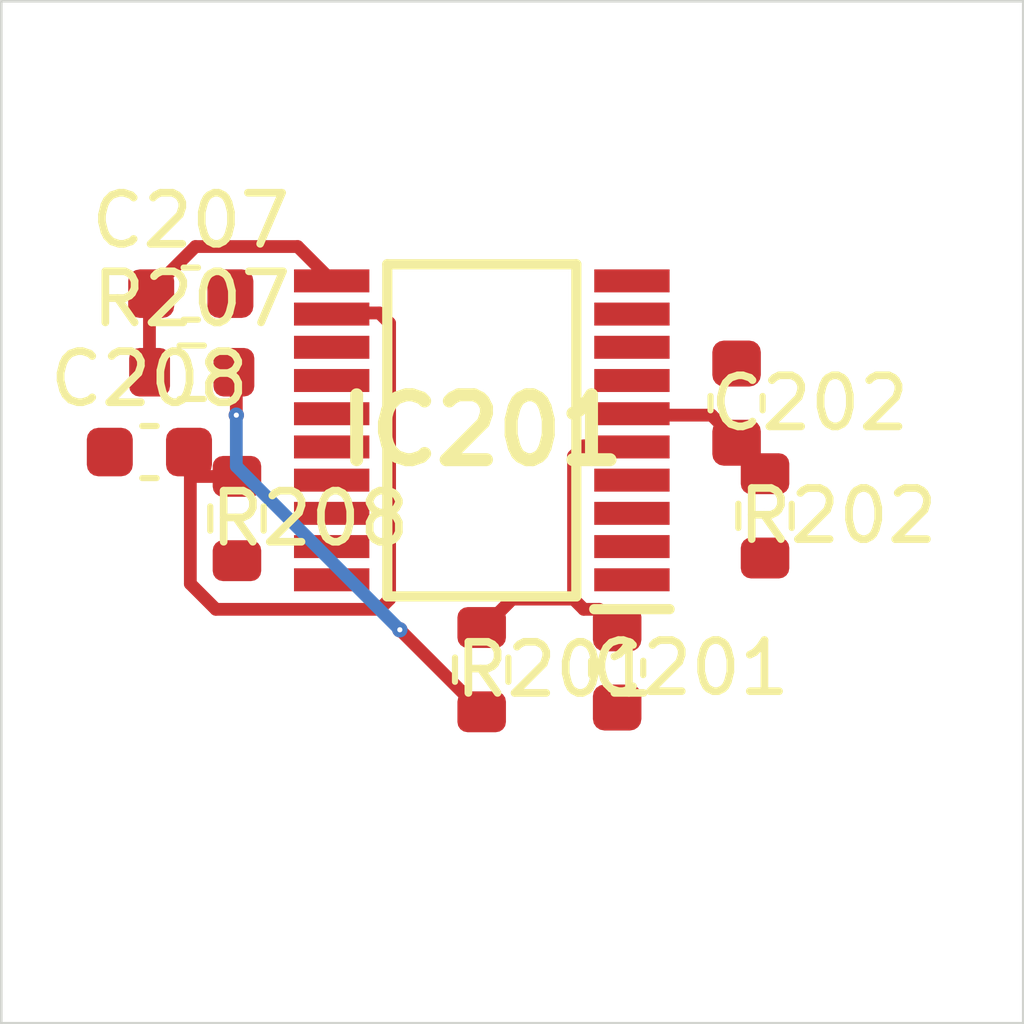
<source format=kicad_pcb>
 ( kicad_pcb  ( version 20171130 )
 ( host pcbnew 5.1.12-84ad8e8a86~92~ubuntu18.04.1 )
 ( general  ( thickness 1.6 )
 ( drawings 4 )
 ( tracks 0 )
 ( zones 0 )
 ( modules 9 )
 ( nets 19 )
)
 ( page A4 )
 ( layers  ( 0 F.Cu signal )
 ( 31 B.Cu signal )
 ( 32 B.Adhes user )
 ( 33 F.Adhes user )
 ( 34 B.Paste user )
 ( 35 F.Paste user )
 ( 36 B.SilkS user )
 ( 37 F.SilkS user )
 ( 38 B.Mask user )
 ( 39 F.Mask user )
 ( 40 Dwgs.User user )
 ( 41 Cmts.User user )
 ( 42 Eco1.User user )
 ( 43 Eco2.User user )
 ( 44 Edge.Cuts user )
 ( 45 Margin user )
 ( 46 B.CrtYd user )
 ( 47 F.CrtYd user )
 ( 48 B.Fab user )
 ( 49 F.Fab user )
)
 ( setup  ( last_trace_width 0.25 )
 ( trace_clearance 0.2 )
 ( zone_clearance 0.508 )
 ( zone_45_only no )
 ( trace_min 0.2 )
 ( via_size 0.8 )
 ( via_drill 0.4 )
 ( via_min_size 0.4 )
 ( via_min_drill 0.3 )
 ( uvia_size 0.3 )
 ( uvia_drill 0.1 )
 ( uvias_allowed no )
 ( uvia_min_size 0.2 )
 ( uvia_min_drill 0.1 )
 ( edge_width 0.05 )
 ( segment_width 0.2 )
 ( pcb_text_width 0.3 )
 ( pcb_text_size 1.5 1.5 )
 ( mod_edge_width 0.12 )
 ( mod_text_size 1 1 )
 ( mod_text_width 0.15 )
 ( pad_size 1.524 1.524 )
 ( pad_drill 0.762 )
 ( pad_to_mask_clearance 0 )
 ( aux_axis_origin 0 0 )
 ( visible_elements FFFFFF7F )
 ( pcbplotparams  ( layerselection 0x010fc_ffffffff )
 ( usegerberextensions false )
 ( usegerberattributes true )
 ( usegerberadvancedattributes true )
 ( creategerberjobfile true )
 ( excludeedgelayer true )
 ( linewidth 0.100000 )
 ( plotframeref false )
 ( viasonmask false )
 ( mode 1 )
 ( useauxorigin false )
 ( hpglpennumber 1 )
 ( hpglpenspeed 20 )
 ( hpglpendiameter 15.000000 )
 ( psnegative false )
 ( psa4output false )
 ( plotreference true )
 ( plotvalue true )
 ( plotinvisibletext false )
 ( padsonsilk false )
 ( subtractmaskfromsilk false )
 ( outputformat 1 )
 ( mirror false )
 ( drillshape 1 )
 ( scaleselection 1 )
 ( outputdirectory "" )
)
)
 ( net 0 "" )
 ( net 1 GND )
 ( net 2 /Sheet6235D886/ch0 )
 ( net 3 /Sheet6235D886/ch1 )
 ( net 4 /Sheet6235D886/ch2 )
 ( net 5 /Sheet6235D886/ch3 )
 ( net 6 /Sheet6235D886/ch4 )
 ( net 7 /Sheet6235D886/ch5 )
 ( net 8 /Sheet6235D886/ch6 )
 ( net 9 /Sheet6235D886/ch7 )
 ( net 10 VDD )
 ( net 11 VDDA )
 ( net 12 /Sheet6235D886/adc_csn )
 ( net 13 /Sheet6235D886/adc_sck )
 ( net 14 /Sheet6235D886/adc_sdi )
 ( net 15 /Sheet6235D886/adc_sdo )
 ( net 16 /Sheet6235D886/vp )
 ( net 17 /Sheet6248AD22/chn0 )
 ( net 18 /Sheet6248AD22/chn3 )
 ( net_class Default "This is the default net class."  ( clearance 0.2 )
 ( trace_width 0.25 )
 ( via_dia 0.8 )
 ( via_drill 0.4 )
 ( uvia_dia 0.3 )
 ( uvia_drill 0.1 )
 ( add_net /Sheet6235D886/adc_csn )
 ( add_net /Sheet6235D886/adc_sck )
 ( add_net /Sheet6235D886/adc_sdi )
 ( add_net /Sheet6235D886/adc_sdo )
 ( add_net /Sheet6235D886/ch0 )
 ( add_net /Sheet6235D886/ch1 )
 ( add_net /Sheet6235D886/ch2 )
 ( add_net /Sheet6235D886/ch3 )
 ( add_net /Sheet6235D886/ch4 )
 ( add_net /Sheet6235D886/ch5 )
 ( add_net /Sheet6235D886/ch6 )
 ( add_net /Sheet6235D886/ch7 )
 ( add_net /Sheet6235D886/vp )
 ( add_net /Sheet6248AD22/chn0 )
 ( add_net /Sheet6248AD22/chn3 )
 ( add_net GND )
 ( add_net VDD )
 ( add_net VDDA )
)
 ( module Capacitor_SMD:C_0603_1608Metric  ( layer F.Cu )
 ( tedit 5F68FEEE )
 ( tstamp 6234222D )
 ( at 92.053300 113.047000 270.000000 )
 ( descr "Capacitor SMD 0603 (1608 Metric), square (rectangular) end terminal, IPC_7351 nominal, (Body size source: IPC-SM-782 page 76, https://www.pcb-3d.com/wordpress/wp-content/uploads/ipc-sm-782a_amendment_1_and_2.pdf), generated with kicad-footprint-generator" )
 ( tags capacitor )
 ( path /6235D887/623691C5 )
 ( attr smd )
 ( fp_text reference C201  ( at 0 -1.43 )
 ( layer F.SilkS )
 ( effects  ( font  ( size 1 1 )
 ( thickness 0.15 )
)
)
)
 ( fp_text value 0.1uF  ( at 0 1.43 )
 ( layer F.Fab )
 ( effects  ( font  ( size 1 1 )
 ( thickness 0.15 )
)
)
)
 ( fp_line  ( start -0.8 0.4 )
 ( end -0.8 -0.4 )
 ( layer F.Fab )
 ( width 0.1 )
)
 ( fp_line  ( start -0.8 -0.4 )
 ( end 0.8 -0.4 )
 ( layer F.Fab )
 ( width 0.1 )
)
 ( fp_line  ( start 0.8 -0.4 )
 ( end 0.8 0.4 )
 ( layer F.Fab )
 ( width 0.1 )
)
 ( fp_line  ( start 0.8 0.4 )
 ( end -0.8 0.4 )
 ( layer F.Fab )
 ( width 0.1 )
)
 ( fp_line  ( start -0.14058 -0.51 )
 ( end 0.14058 -0.51 )
 ( layer F.SilkS )
 ( width 0.12 )
)
 ( fp_line  ( start -0.14058 0.51 )
 ( end 0.14058 0.51 )
 ( layer F.SilkS )
 ( width 0.12 )
)
 ( fp_line  ( start -1.48 0.73 )
 ( end -1.48 -0.73 )
 ( layer F.CrtYd )
 ( width 0.05 )
)
 ( fp_line  ( start -1.48 -0.73 )
 ( end 1.48 -0.73 )
 ( layer F.CrtYd )
 ( width 0.05 )
)
 ( fp_line  ( start 1.48 -0.73 )
 ( end 1.48 0.73 )
 ( layer F.CrtYd )
 ( width 0.05 )
)
 ( fp_line  ( start 1.48 0.73 )
 ( end -1.48 0.73 )
 ( layer F.CrtYd )
 ( width 0.05 )
)
 ( fp_text user %R  ( at 0 0 )
 ( layer F.Fab )
 ( effects  ( font  ( size 0.4 0.4 )
 ( thickness 0.06 )
)
)
)
 ( pad 2 smd roundrect  ( at 0.775 0 270.000000 )
 ( size 0.9 0.95 )
 ( layers F.Cu F.Mask F.Paste )
 ( roundrect_rratio 0.25 )
 ( net 1 GND )
)
 ( pad 1 smd roundrect  ( at -0.775 0 270.000000 )
 ( size 0.9 0.95 )
 ( layers F.Cu F.Mask F.Paste )
 ( roundrect_rratio 0.25 )
 ( net 2 /Sheet6235D886/ch0 )
)
 ( model ${KISYS3DMOD}/Capacitor_SMD.3dshapes/C_0603_1608Metric.wrl  ( at  ( xyz 0 0 0 )
)
 ( scale  ( xyz 1 1 1 )
)
 ( rotate  ( xyz 0 0 0 )
)
)
)
 ( module Capacitor_SMD:C_0603_1608Metric  ( layer F.Cu )
 ( tedit 5F68FEEE )
 ( tstamp 6234223E )
 ( at 94.390600 107.865000 270.000000 )
 ( descr "Capacitor SMD 0603 (1608 Metric), square (rectangular) end terminal, IPC_7351 nominal, (Body size source: IPC-SM-782 page 76, https://www.pcb-3d.com/wordpress/wp-content/uploads/ipc-sm-782a_amendment_1_and_2.pdf), generated with kicad-footprint-generator" )
 ( tags capacitor )
 ( path /6235D887/62369EE0 )
 ( attr smd )
 ( fp_text reference C202  ( at 0 -1.43 )
 ( layer F.SilkS )
 ( effects  ( font  ( size 1 1 )
 ( thickness 0.15 )
)
)
)
 ( fp_text value 0.1uF  ( at 0 1.43 )
 ( layer F.Fab )
 ( effects  ( font  ( size 1 1 )
 ( thickness 0.15 )
)
)
)
 ( fp_line  ( start 1.48 0.73 )
 ( end -1.48 0.73 )
 ( layer F.CrtYd )
 ( width 0.05 )
)
 ( fp_line  ( start 1.48 -0.73 )
 ( end 1.48 0.73 )
 ( layer F.CrtYd )
 ( width 0.05 )
)
 ( fp_line  ( start -1.48 -0.73 )
 ( end 1.48 -0.73 )
 ( layer F.CrtYd )
 ( width 0.05 )
)
 ( fp_line  ( start -1.48 0.73 )
 ( end -1.48 -0.73 )
 ( layer F.CrtYd )
 ( width 0.05 )
)
 ( fp_line  ( start -0.14058 0.51 )
 ( end 0.14058 0.51 )
 ( layer F.SilkS )
 ( width 0.12 )
)
 ( fp_line  ( start -0.14058 -0.51 )
 ( end 0.14058 -0.51 )
 ( layer F.SilkS )
 ( width 0.12 )
)
 ( fp_line  ( start 0.8 0.4 )
 ( end -0.8 0.4 )
 ( layer F.Fab )
 ( width 0.1 )
)
 ( fp_line  ( start 0.8 -0.4 )
 ( end 0.8 0.4 )
 ( layer F.Fab )
 ( width 0.1 )
)
 ( fp_line  ( start -0.8 -0.4 )
 ( end 0.8 -0.4 )
 ( layer F.Fab )
 ( width 0.1 )
)
 ( fp_line  ( start -0.8 0.4 )
 ( end -0.8 -0.4 )
 ( layer F.Fab )
 ( width 0.1 )
)
 ( fp_text user %R  ( at 0 0 )
 ( layer F.Fab )
 ( effects  ( font  ( size 0.4 0.4 )
 ( thickness 0.06 )
)
)
)
 ( pad 1 smd roundrect  ( at -0.775 0 270.000000 )
 ( size 0.9 0.95 )
 ( layers F.Cu F.Mask F.Paste )
 ( roundrect_rratio 0.25 )
 ( net 1 GND )
)
 ( pad 2 smd roundrect  ( at 0.775 0 270.000000 )
 ( size 0.9 0.95 )
 ( layers F.Cu F.Mask F.Paste )
 ( roundrect_rratio 0.25 )
 ( net 3 /Sheet6235D886/ch1 )
)
 ( model ${KISYS3DMOD}/Capacitor_SMD.3dshapes/C_0603_1608Metric.wrl  ( at  ( xyz 0 0 0 )
)
 ( scale  ( xyz 1 1 1 )
)
 ( rotate  ( xyz 0 0 0 )
)
)
)
 ( module Capacitor_SMD:C_0603_1608Metric  ( layer F.Cu )
 ( tedit 5F68FEEE )
 ( tstamp 62342293 )
 ( at 83.709100 105.722000 )
 ( descr "Capacitor SMD 0603 (1608 Metric), square (rectangular) end terminal, IPC_7351 nominal, (Body size source: IPC-SM-782 page 76, https://www.pcb-3d.com/wordpress/wp-content/uploads/ipc-sm-782a_amendment_1_and_2.pdf), generated with kicad-footprint-generator" )
 ( tags capacitor )
 ( path /6235D887/6238B3FE )
 ( attr smd )
 ( fp_text reference C207  ( at 0 -1.43 )
 ( layer F.SilkS )
 ( effects  ( font  ( size 1 1 )
 ( thickness 0.15 )
)
)
)
 ( fp_text value 0.1uF  ( at 0 1.43 )
 ( layer F.Fab )
 ( effects  ( font  ( size 1 1 )
 ( thickness 0.15 )
)
)
)
 ( fp_line  ( start -0.8 0.4 )
 ( end -0.8 -0.4 )
 ( layer F.Fab )
 ( width 0.1 )
)
 ( fp_line  ( start -0.8 -0.4 )
 ( end 0.8 -0.4 )
 ( layer F.Fab )
 ( width 0.1 )
)
 ( fp_line  ( start 0.8 -0.4 )
 ( end 0.8 0.4 )
 ( layer F.Fab )
 ( width 0.1 )
)
 ( fp_line  ( start 0.8 0.4 )
 ( end -0.8 0.4 )
 ( layer F.Fab )
 ( width 0.1 )
)
 ( fp_line  ( start -0.14058 -0.51 )
 ( end 0.14058 -0.51 )
 ( layer F.SilkS )
 ( width 0.12 )
)
 ( fp_line  ( start -0.14058 0.51 )
 ( end 0.14058 0.51 )
 ( layer F.SilkS )
 ( width 0.12 )
)
 ( fp_line  ( start -1.48 0.73 )
 ( end -1.48 -0.73 )
 ( layer F.CrtYd )
 ( width 0.05 )
)
 ( fp_line  ( start -1.48 -0.73 )
 ( end 1.48 -0.73 )
 ( layer F.CrtYd )
 ( width 0.05 )
)
 ( fp_line  ( start 1.48 -0.73 )
 ( end 1.48 0.73 )
 ( layer F.CrtYd )
 ( width 0.05 )
)
 ( fp_line  ( start 1.48 0.73 )
 ( end -1.48 0.73 )
 ( layer F.CrtYd )
 ( width 0.05 )
)
 ( fp_text user %R  ( at 0 0 )
 ( layer F.Fab )
 ( effects  ( font  ( size 0.4 0.4 )
 ( thickness 0.06 )
)
)
)
 ( pad 2 smd roundrect  ( at 0.775 0 )
 ( size 0.9 0.95 )
 ( layers F.Cu F.Mask F.Paste )
 ( roundrect_rratio 0.25 )
 ( net 1 GND )
)
 ( pad 1 smd roundrect  ( at -0.775 0 )
 ( size 0.9 0.95 )
 ( layers F.Cu F.Mask F.Paste )
 ( roundrect_rratio 0.25 )
 ( net 8 /Sheet6235D886/ch6 )
)
 ( model ${KISYS3DMOD}/Capacitor_SMD.3dshapes/C_0603_1608Metric.wrl  ( at  ( xyz 0 0 0 )
)
 ( scale  ( xyz 1 1 1 )
)
 ( rotate  ( xyz 0 0 0 )
)
)
)
 ( module Capacitor_SMD:C_0603_1608Metric  ( layer F.Cu )
 ( tedit 5F68FEEE )
 ( tstamp 623422A4 )
 ( at 82.899000 108.822000 )
 ( descr "Capacitor SMD 0603 (1608 Metric), square (rectangular) end terminal, IPC_7351 nominal, (Body size source: IPC-SM-782 page 76, https://www.pcb-3d.com/wordpress/wp-content/uploads/ipc-sm-782a_amendment_1_and_2.pdf), generated with kicad-footprint-generator" )
 ( tags capacitor )
 ( path /6235D887/6238B404 )
 ( attr smd )
 ( fp_text reference C208  ( at 0 -1.43 )
 ( layer F.SilkS )
 ( effects  ( font  ( size 1 1 )
 ( thickness 0.15 )
)
)
)
 ( fp_text value 0.1uF  ( at 0 1.43 )
 ( layer F.Fab )
 ( effects  ( font  ( size 1 1 )
 ( thickness 0.15 )
)
)
)
 ( fp_line  ( start 1.48 0.73 )
 ( end -1.48 0.73 )
 ( layer F.CrtYd )
 ( width 0.05 )
)
 ( fp_line  ( start 1.48 -0.73 )
 ( end 1.48 0.73 )
 ( layer F.CrtYd )
 ( width 0.05 )
)
 ( fp_line  ( start -1.48 -0.73 )
 ( end 1.48 -0.73 )
 ( layer F.CrtYd )
 ( width 0.05 )
)
 ( fp_line  ( start -1.48 0.73 )
 ( end -1.48 -0.73 )
 ( layer F.CrtYd )
 ( width 0.05 )
)
 ( fp_line  ( start -0.14058 0.51 )
 ( end 0.14058 0.51 )
 ( layer F.SilkS )
 ( width 0.12 )
)
 ( fp_line  ( start -0.14058 -0.51 )
 ( end 0.14058 -0.51 )
 ( layer F.SilkS )
 ( width 0.12 )
)
 ( fp_line  ( start 0.8 0.4 )
 ( end -0.8 0.4 )
 ( layer F.Fab )
 ( width 0.1 )
)
 ( fp_line  ( start 0.8 -0.4 )
 ( end 0.8 0.4 )
 ( layer F.Fab )
 ( width 0.1 )
)
 ( fp_line  ( start -0.8 -0.4 )
 ( end 0.8 -0.4 )
 ( layer F.Fab )
 ( width 0.1 )
)
 ( fp_line  ( start -0.8 0.4 )
 ( end -0.8 -0.4 )
 ( layer F.Fab )
 ( width 0.1 )
)
 ( fp_text user %R  ( at 0 0 )
 ( layer F.Fab )
 ( effects  ( font  ( size 0.4 0.4 )
 ( thickness 0.06 )
)
)
)
 ( pad 1 smd roundrect  ( at -0.775 0 )
 ( size 0.9 0.95 )
 ( layers F.Cu F.Mask F.Paste )
 ( roundrect_rratio 0.25 )
 ( net 1 GND )
)
 ( pad 2 smd roundrect  ( at 0.775 0 )
 ( size 0.9 0.95 )
 ( layers F.Cu F.Mask F.Paste )
 ( roundrect_rratio 0.25 )
 ( net 9 /Sheet6235D886/ch7 )
)
 ( model ${KISYS3DMOD}/Capacitor_SMD.3dshapes/C_0603_1608Metric.wrl  ( at  ( xyz 0 0 0 )
)
 ( scale  ( xyz 1 1 1 )
)
 ( rotate  ( xyz 0 0 0 )
)
)
)
 ( module MCP3564R-E_ST:SOP65P640X120-20N locked  ( layer F.Cu )
 ( tedit 623351C2 )
 ( tstamp 623423D6 )
 ( at 89.404300 108.397000 180.000000 )
 ( descr "20-Lead Plastic Thin Shrink Small Outline (ST) - 4.4mm body [TSSOP]" )
 ( tags "Integrated Circuit" )
 ( path /6235D887/6235E071 )
 ( attr smd )
 ( fp_text reference IC201  ( at 0 0 )
 ( layer F.SilkS )
 ( effects  ( font  ( size 1.27 1.27 )
 ( thickness 0.254 )
)
)
)
 ( fp_text value MCP3564R-E_ST  ( at 0 0 )
 ( layer F.SilkS )
hide  ( effects  ( font  ( size 1.27 1.27 )
 ( thickness 0.254 )
)
)
)
 ( fp_line  ( start -3.925 -3.55 )
 ( end 3.925 -3.55 )
 ( layer Dwgs.User )
 ( width 0.05 )
)
 ( fp_line  ( start 3.925 -3.55 )
 ( end 3.925 3.55 )
 ( layer Dwgs.User )
 ( width 0.05 )
)
 ( fp_line  ( start 3.925 3.55 )
 ( end -3.925 3.55 )
 ( layer Dwgs.User )
 ( width 0.05 )
)
 ( fp_line  ( start -3.925 3.55 )
 ( end -3.925 -3.55 )
 ( layer Dwgs.User )
 ( width 0.05 )
)
 ( fp_line  ( start -2.2 -3.25 )
 ( end 2.2 -3.25 )
 ( layer Dwgs.User )
 ( width 0.1 )
)
 ( fp_line  ( start 2.2 -3.25 )
 ( end 2.2 3.25 )
 ( layer Dwgs.User )
 ( width 0.1 )
)
 ( fp_line  ( start 2.2 3.25 )
 ( end -2.2 3.25 )
 ( layer Dwgs.User )
 ( width 0.1 )
)
 ( fp_line  ( start -2.2 3.25 )
 ( end -2.2 -3.25 )
 ( layer Dwgs.User )
 ( width 0.1 )
)
 ( fp_line  ( start -2.2 -2.6 )
 ( end -1.55 -3.25 )
 ( layer Dwgs.User )
 ( width 0.1 )
)
 ( fp_line  ( start -1.85 -3.25 )
 ( end 1.85 -3.25 )
 ( layer F.SilkS )
 ( width 0.2 )
)
 ( fp_line  ( start 1.85 -3.25 )
 ( end 1.85 3.25 )
 ( layer F.SilkS )
 ( width 0.2 )
)
 ( fp_line  ( start 1.85 3.25 )
 ( end -1.85 3.25 )
 ( layer F.SilkS )
 ( width 0.2 )
)
 ( fp_line  ( start -1.85 3.25 )
 ( end -1.85 -3.25 )
 ( layer F.SilkS )
 ( width 0.2 )
)
 ( fp_line  ( start -3.675 -3.5 )
 ( end -2.2 -3.5 )
 ( layer F.SilkS )
 ( width 0.2 )
)
 ( pad 1 smd rect  ( at -2.938 -2.925 270.000000 )
 ( size 0.45 1.475 )
 ( layers F.Cu F.Mask F.Paste )
 ( net 11 VDDA )
)
 ( pad 2 smd rect  ( at -2.938 -2.275 270.000000 )
 ( size 0.45 1.475 )
 ( layers F.Cu F.Mask F.Paste )
 ( net 1 GND )
)
 ( pad 3 smd rect  ( at -2.938 -1.625 270.000000 )
 ( size 0.45 1.475 )
 ( layers F.Cu F.Mask F.Paste )
 ( net 1 GND )
)
 ( pad 4 smd rect  ( at -2.938 -0.975 270.000000 )
 ( size 0.45 1.475 )
 ( layers F.Cu F.Mask F.Paste )
)
 ( pad 5 smd rect  ( at -2.938 -0.325 270.000000 )
 ( size 0.45 1.475 )
 ( layers F.Cu F.Mask F.Paste )
 ( net 2 /Sheet6235D886/ch0 )
)
 ( pad 6 smd rect  ( at -2.938 0.325 270.000000 )
 ( size 0.45 1.475 )
 ( layers F.Cu F.Mask F.Paste )
 ( net 3 /Sheet6235D886/ch1 )
)
 ( pad 7 smd rect  ( at -2.938 0.975 270.000000 )
 ( size 0.45 1.475 )
 ( layers F.Cu F.Mask F.Paste )
 ( net 4 /Sheet6235D886/ch2 )
)
 ( pad 8 smd rect  ( at -2.938 1.625 270.000000 )
 ( size 0.45 1.475 )
 ( layers F.Cu F.Mask F.Paste )
 ( net 5 /Sheet6235D886/ch3 )
)
 ( pad 9 smd rect  ( at -2.938 2.275 270.000000 )
 ( size 0.45 1.475 )
 ( layers F.Cu F.Mask F.Paste )
 ( net 6 /Sheet6235D886/ch4 )
)
 ( pad 10 smd rect  ( at -2.938 2.925 270.000000 )
 ( size 0.45 1.475 )
 ( layers F.Cu F.Mask F.Paste )
 ( net 7 /Sheet6235D886/ch5 )
)
 ( pad 11 smd rect  ( at 2.938 2.925 270.000000 )
 ( size 0.45 1.475 )
 ( layers F.Cu F.Mask F.Paste )
 ( net 8 /Sheet6235D886/ch6 )
)
 ( pad 12 smd rect  ( at 2.938 2.275 270.000000 )
 ( size 0.45 1.475 )
 ( layers F.Cu F.Mask F.Paste )
 ( net 9 /Sheet6235D886/ch7 )
)
 ( pad 13 smd rect  ( at 2.938 1.625 270.000000 )
 ( size 0.45 1.475 )
 ( layers F.Cu F.Mask F.Paste )
 ( net 12 /Sheet6235D886/adc_csn )
)
 ( pad 14 smd rect  ( at 2.938 0.975 270.000000 )
 ( size 0.45 1.475 )
 ( layers F.Cu F.Mask F.Paste )
 ( net 13 /Sheet6235D886/adc_sck )
)
 ( pad 15 smd rect  ( at 2.938 0.325 270.000000 )
 ( size 0.45 1.475 )
 ( layers F.Cu F.Mask F.Paste )
 ( net 14 /Sheet6235D886/adc_sdi )
)
 ( pad 16 smd rect  ( at 2.938 -0.325 270.000000 )
 ( size 0.45 1.475 )
 ( layers F.Cu F.Mask F.Paste )
 ( net 15 /Sheet6235D886/adc_sdo )
)
 ( pad 17 smd rect  ( at 2.938 -0.975 270.000000 )
 ( size 0.45 1.475 )
 ( layers F.Cu F.Mask F.Paste )
)
 ( pad 18 smd rect  ( at 2.938 -1.625 270.000000 )
 ( size 0.45 1.475 )
 ( layers F.Cu F.Mask F.Paste )
)
 ( pad 19 smd rect  ( at 2.938 -2.275 270.000000 )
 ( size 0.45 1.475 )
 ( layers F.Cu F.Mask F.Paste )
 ( net 1 GND )
)
 ( pad 20 smd rect  ( at 2.938 -2.925 270.000000 )
 ( size 0.45 1.475 )
 ( layers F.Cu F.Mask F.Paste )
 ( net 10 VDD )
)
)
 ( module Resistor_SMD:R_0603_1608Metric  ( layer F.Cu )
 ( tedit 5F68FEEE )
 ( tstamp 6234250D )
 ( at 89.401900 113.081000 270.000000 )
 ( descr "Resistor SMD 0603 (1608 Metric), square (rectangular) end terminal, IPC_7351 nominal, (Body size source: IPC-SM-782 page 72, https://www.pcb-3d.com/wordpress/wp-content/uploads/ipc-sm-782a_amendment_1_and_2.pdf), generated with kicad-footprint-generator" )
 ( tags resistor )
 ( path /6235D887/623641B7 )
 ( attr smd )
 ( fp_text reference R201  ( at 0 -1.43 )
 ( layer F.SilkS )
 ( effects  ( font  ( size 1 1 )
 ( thickness 0.15 )
)
)
)
 ( fp_text value 1k  ( at 0 1.43 )
 ( layer F.Fab )
 ( effects  ( font  ( size 1 1 )
 ( thickness 0.15 )
)
)
)
 ( fp_line  ( start -0.8 0.4125 )
 ( end -0.8 -0.4125 )
 ( layer F.Fab )
 ( width 0.1 )
)
 ( fp_line  ( start -0.8 -0.4125 )
 ( end 0.8 -0.4125 )
 ( layer F.Fab )
 ( width 0.1 )
)
 ( fp_line  ( start 0.8 -0.4125 )
 ( end 0.8 0.4125 )
 ( layer F.Fab )
 ( width 0.1 )
)
 ( fp_line  ( start 0.8 0.4125 )
 ( end -0.8 0.4125 )
 ( layer F.Fab )
 ( width 0.1 )
)
 ( fp_line  ( start -0.237258 -0.5225 )
 ( end 0.237258 -0.5225 )
 ( layer F.SilkS )
 ( width 0.12 )
)
 ( fp_line  ( start -0.237258 0.5225 )
 ( end 0.237258 0.5225 )
 ( layer F.SilkS )
 ( width 0.12 )
)
 ( fp_line  ( start -1.48 0.73 )
 ( end -1.48 -0.73 )
 ( layer F.CrtYd )
 ( width 0.05 )
)
 ( fp_line  ( start -1.48 -0.73 )
 ( end 1.48 -0.73 )
 ( layer F.CrtYd )
 ( width 0.05 )
)
 ( fp_line  ( start 1.48 -0.73 )
 ( end 1.48 0.73 )
 ( layer F.CrtYd )
 ( width 0.05 )
)
 ( fp_line  ( start 1.48 0.73 )
 ( end -1.48 0.73 )
 ( layer F.CrtYd )
 ( width 0.05 )
)
 ( fp_text user %R  ( at 0 0 )
 ( layer F.Fab )
 ( effects  ( font  ( size 0.4 0.4 )
 ( thickness 0.06 )
)
)
)
 ( pad 2 smd roundrect  ( at 0.825 0 270.000000 )
 ( size 0.8 0.95 )
 ( layers F.Cu F.Mask F.Paste )
 ( roundrect_rratio 0.25 )
 ( net 16 /Sheet6235D886/vp )
)
 ( pad 1 smd roundrect  ( at -0.825 0 270.000000 )
 ( size 0.8 0.95 )
 ( layers F.Cu F.Mask F.Paste )
 ( roundrect_rratio 0.25 )
 ( net 2 /Sheet6235D886/ch0 )
)
 ( model ${KISYS3DMOD}/Resistor_SMD.3dshapes/R_0603_1608Metric.wrl  ( at  ( xyz 0 0 0 )
)
 ( scale  ( xyz 1 1 1 )
)
 ( rotate  ( xyz 0 0 0 )
)
)
)
 ( module Resistor_SMD:R_0603_1608Metric  ( layer F.Cu )
 ( tedit 5F68FEEE )
 ( tstamp 6234251E )
 ( at 94.947400 110.071000 270.000000 )
 ( descr "Resistor SMD 0603 (1608 Metric), square (rectangular) end terminal, IPC_7351 nominal, (Body size source: IPC-SM-782 page 72, https://www.pcb-3d.com/wordpress/wp-content/uploads/ipc-sm-782a_amendment_1_and_2.pdf), generated with kicad-footprint-generator" )
 ( tags resistor )
 ( path /6235D887/6236A646 )
 ( attr smd )
 ( fp_text reference R202  ( at 0 -1.43 )
 ( layer F.SilkS )
 ( effects  ( font  ( size 1 1 )
 ( thickness 0.15 )
)
)
)
 ( fp_text value 1k  ( at 0 1.43 )
 ( layer F.Fab )
 ( effects  ( font  ( size 1 1 )
 ( thickness 0.15 )
)
)
)
 ( fp_line  ( start 1.48 0.73 )
 ( end -1.48 0.73 )
 ( layer F.CrtYd )
 ( width 0.05 )
)
 ( fp_line  ( start 1.48 -0.73 )
 ( end 1.48 0.73 )
 ( layer F.CrtYd )
 ( width 0.05 )
)
 ( fp_line  ( start -1.48 -0.73 )
 ( end 1.48 -0.73 )
 ( layer F.CrtYd )
 ( width 0.05 )
)
 ( fp_line  ( start -1.48 0.73 )
 ( end -1.48 -0.73 )
 ( layer F.CrtYd )
 ( width 0.05 )
)
 ( fp_line  ( start -0.237258 0.5225 )
 ( end 0.237258 0.5225 )
 ( layer F.SilkS )
 ( width 0.12 )
)
 ( fp_line  ( start -0.237258 -0.5225 )
 ( end 0.237258 -0.5225 )
 ( layer F.SilkS )
 ( width 0.12 )
)
 ( fp_line  ( start 0.8 0.4125 )
 ( end -0.8 0.4125 )
 ( layer F.Fab )
 ( width 0.1 )
)
 ( fp_line  ( start 0.8 -0.4125 )
 ( end 0.8 0.4125 )
 ( layer F.Fab )
 ( width 0.1 )
)
 ( fp_line  ( start -0.8 -0.4125 )
 ( end 0.8 -0.4125 )
 ( layer F.Fab )
 ( width 0.1 )
)
 ( fp_line  ( start -0.8 0.4125 )
 ( end -0.8 -0.4125 )
 ( layer F.Fab )
 ( width 0.1 )
)
 ( fp_text user %R  ( at 0 0 )
 ( layer F.Fab )
 ( effects  ( font  ( size 0.4 0.4 )
 ( thickness 0.06 )
)
)
)
 ( pad 1 smd roundrect  ( at -0.825 0 270.000000 )
 ( size 0.8 0.95 )
 ( layers F.Cu F.Mask F.Paste )
 ( roundrect_rratio 0.25 )
 ( net 3 /Sheet6235D886/ch1 )
)
 ( pad 2 smd roundrect  ( at 0.825 0 270.000000 )
 ( size 0.8 0.95 )
 ( layers F.Cu F.Mask F.Paste )
 ( roundrect_rratio 0.25 )
 ( net 17 /Sheet6248AD22/chn0 )
)
 ( model ${KISYS3DMOD}/Resistor_SMD.3dshapes/R_0603_1608Metric.wrl  ( at  ( xyz 0 0 0 )
)
 ( scale  ( xyz 1 1 1 )
)
 ( rotate  ( xyz 0 0 0 )
)
)
)
 ( module Resistor_SMD:R_0603_1608Metric  ( layer F.Cu )
 ( tedit 5F68FEEE )
 ( tstamp 62342573 )
 ( at 83.727600 107.260000 )
 ( descr "Resistor SMD 0603 (1608 Metric), square (rectangular) end terminal, IPC_7351 nominal, (Body size source: IPC-SM-782 page 72, https://www.pcb-3d.com/wordpress/wp-content/uploads/ipc-sm-782a_amendment_1_and_2.pdf), generated with kicad-footprint-generator" )
 ( tags resistor )
 ( path /6235D887/6238B3F8 )
 ( attr smd )
 ( fp_text reference R207  ( at 0 -1.43 )
 ( layer F.SilkS )
 ( effects  ( font  ( size 1 1 )
 ( thickness 0.15 )
)
)
)
 ( fp_text value 1k  ( at 0 1.43 )
 ( layer F.Fab )
 ( effects  ( font  ( size 1 1 )
 ( thickness 0.15 )
)
)
)
 ( fp_line  ( start -0.8 0.4125 )
 ( end -0.8 -0.4125 )
 ( layer F.Fab )
 ( width 0.1 )
)
 ( fp_line  ( start -0.8 -0.4125 )
 ( end 0.8 -0.4125 )
 ( layer F.Fab )
 ( width 0.1 )
)
 ( fp_line  ( start 0.8 -0.4125 )
 ( end 0.8 0.4125 )
 ( layer F.Fab )
 ( width 0.1 )
)
 ( fp_line  ( start 0.8 0.4125 )
 ( end -0.8 0.4125 )
 ( layer F.Fab )
 ( width 0.1 )
)
 ( fp_line  ( start -0.237258 -0.5225 )
 ( end 0.237258 -0.5225 )
 ( layer F.SilkS )
 ( width 0.12 )
)
 ( fp_line  ( start -0.237258 0.5225 )
 ( end 0.237258 0.5225 )
 ( layer F.SilkS )
 ( width 0.12 )
)
 ( fp_line  ( start -1.48 0.73 )
 ( end -1.48 -0.73 )
 ( layer F.CrtYd )
 ( width 0.05 )
)
 ( fp_line  ( start -1.48 -0.73 )
 ( end 1.48 -0.73 )
 ( layer F.CrtYd )
 ( width 0.05 )
)
 ( fp_line  ( start 1.48 -0.73 )
 ( end 1.48 0.73 )
 ( layer F.CrtYd )
 ( width 0.05 )
)
 ( fp_line  ( start 1.48 0.73 )
 ( end -1.48 0.73 )
 ( layer F.CrtYd )
 ( width 0.05 )
)
 ( fp_text user %R  ( at 0 0 )
 ( layer F.Fab )
 ( effects  ( font  ( size 0.4 0.4 )
 ( thickness 0.06 )
)
)
)
 ( pad 2 smd roundrect  ( at 0.825 0 )
 ( size 0.8 0.95 )
 ( layers F.Cu F.Mask F.Paste )
 ( roundrect_rratio 0.25 )
 ( net 16 /Sheet6235D886/vp )
)
 ( pad 1 smd roundrect  ( at -0.825 0 )
 ( size 0.8 0.95 )
 ( layers F.Cu F.Mask F.Paste )
 ( roundrect_rratio 0.25 )
 ( net 8 /Sheet6235D886/ch6 )
)
 ( model ${KISYS3DMOD}/Resistor_SMD.3dshapes/R_0603_1608Metric.wrl  ( at  ( xyz 0 0 0 )
)
 ( scale  ( xyz 1 1 1 )
)
 ( rotate  ( xyz 0 0 0 )
)
)
)
 ( module Resistor_SMD:R_0603_1608Metric  ( layer F.Cu )
 ( tedit 5F68FEEE )
 ( tstamp 62342584 )
 ( at 84.612500 110.123000 270.000000 )
 ( descr "Resistor SMD 0603 (1608 Metric), square (rectangular) end terminal, IPC_7351 nominal, (Body size source: IPC-SM-782 page 72, https://www.pcb-3d.com/wordpress/wp-content/uploads/ipc-sm-782a_amendment_1_and_2.pdf), generated with kicad-footprint-generator" )
 ( tags resistor )
 ( path /6235D887/6238B40A )
 ( attr smd )
 ( fp_text reference R208  ( at 0 -1.43 )
 ( layer F.SilkS )
 ( effects  ( font  ( size 1 1 )
 ( thickness 0.15 )
)
)
)
 ( fp_text value 1k  ( at 0 1.43 )
 ( layer F.Fab )
 ( effects  ( font  ( size 1 1 )
 ( thickness 0.15 )
)
)
)
 ( fp_line  ( start 1.48 0.73 )
 ( end -1.48 0.73 )
 ( layer F.CrtYd )
 ( width 0.05 )
)
 ( fp_line  ( start 1.48 -0.73 )
 ( end 1.48 0.73 )
 ( layer F.CrtYd )
 ( width 0.05 )
)
 ( fp_line  ( start -1.48 -0.73 )
 ( end 1.48 -0.73 )
 ( layer F.CrtYd )
 ( width 0.05 )
)
 ( fp_line  ( start -1.48 0.73 )
 ( end -1.48 -0.73 )
 ( layer F.CrtYd )
 ( width 0.05 )
)
 ( fp_line  ( start -0.237258 0.5225 )
 ( end 0.237258 0.5225 )
 ( layer F.SilkS )
 ( width 0.12 )
)
 ( fp_line  ( start -0.237258 -0.5225 )
 ( end 0.237258 -0.5225 )
 ( layer F.SilkS )
 ( width 0.12 )
)
 ( fp_line  ( start 0.8 0.4125 )
 ( end -0.8 0.4125 )
 ( layer F.Fab )
 ( width 0.1 )
)
 ( fp_line  ( start 0.8 -0.4125 )
 ( end 0.8 0.4125 )
 ( layer F.Fab )
 ( width 0.1 )
)
 ( fp_line  ( start -0.8 -0.4125 )
 ( end 0.8 -0.4125 )
 ( layer F.Fab )
 ( width 0.1 )
)
 ( fp_line  ( start -0.8 0.4125 )
 ( end -0.8 -0.4125 )
 ( layer F.Fab )
 ( width 0.1 )
)
 ( fp_text user %R  ( at 0 0 )
 ( layer F.Fab )
 ( effects  ( font  ( size 0.4 0.4 )
 ( thickness 0.06 )
)
)
)
 ( pad 1 smd roundrect  ( at -0.825 0 270.000000 )
 ( size 0.8 0.95 )
 ( layers F.Cu F.Mask F.Paste )
 ( roundrect_rratio 0.25 )
 ( net 9 /Sheet6235D886/ch7 )
)
 ( pad 2 smd roundrect  ( at 0.825 0 270.000000 )
 ( size 0.8 0.95 )
 ( layers F.Cu F.Mask F.Paste )
 ( roundrect_rratio 0.25 )
 ( net 18 /Sheet6248AD22/chn3 )
)
 ( model ${KISYS3DMOD}/Resistor_SMD.3dshapes/R_0603_1608Metric.wrl  ( at  ( xyz 0 0 0 )
)
 ( scale  ( xyz 1 1 1 )
)
 ( rotate  ( xyz 0 0 0 )
)
)
)
 ( gr_line  ( start 100 100 )
 ( end 100 120 )
 ( layer Edge.Cuts )
 ( width 0.05 )
 ( tstamp 62E770C4 )
)
 ( gr_line  ( start 80 120 )
 ( end 100 120 )
 ( layer Edge.Cuts )
 ( width 0.05 )
 ( tstamp 62E770C0 )
)
 ( gr_line  ( start 80 100 )
 ( end 100 100 )
 ( layer Edge.Cuts )
 ( width 0.05 )
 ( tstamp 6234110C )
)
 ( gr_line  ( start 80 100 )
 ( end 80 120 )
 ( layer Edge.Cuts )
 ( width 0.05 )
)
 ( segment  ( start 92.300001 108.700002 )
 ( end 91.400001 108.700002 )
 ( width 0.250000 )
 ( layer F.Cu )
 ( net 2 )
)
 ( segment  ( start 91.400001 108.700002 )
 ( end 91.200001 108.900002 )
 ( width 0.250000 )
 ( layer F.Cu )
 ( net 2 )
)
 ( segment  ( start 91.200001 108.900002 )
 ( end 91.200001 111.700002 )
 ( width 0.250000 )
 ( layer F.Cu )
 ( net 2 )
)
 ( segment  ( start 91.200001 111.700002 )
 ( end 91.400001 111.900002 )
 ( width 0.250000 )
 ( layer F.Cu )
 ( net 2 )
)
 ( segment  ( start 91.400001 111.900002 )
 ( end 91.700001 111.900002 )
 ( width 0.250000 )
 ( layer F.Cu )
 ( net 2 )
)
 ( segment  ( start 91.700001 111.900002 )
 ( end 92.100001 112.300002 )
 ( width 0.250000 )
 ( layer F.Cu )
 ( net 2 )
)
 ( segment  ( start 89.400001 112.300002 )
 ( end 90.000001 111.700002 )
 ( width 0.250000 )
 ( layer F.Cu )
 ( net 2 )
)
 ( segment  ( start 90.000001 111.700002 )
 ( end 91.200001 111.700002 )
 ( width 0.250000 )
 ( layer F.Cu )
 ( net 2 )
)
 ( segment  ( start 92.300001 108.100002 )
 ( end 93.900001 108.100002 )
 ( width 0.250000 )
 ( layer F.Cu )
 ( net 3 )
)
 ( segment  ( start 93.900001 108.100002 )
 ( end 94.400001 108.600002 )
 ( width 0.250000 )
 ( layer F.Cu )
 ( net 3 )
)
 ( segment  ( start 94.900001 109.200002 )
 ( end 94.900001 109.100002 )
 ( width 0.250000 )
 ( layer F.Cu )
 ( net 3 )
)
 ( segment  ( start 94.900001 109.100002 )
 ( end 94.400001 108.600002 )
 ( width 0.250000 )
 ( layer F.Cu )
 ( net 3 )
)
 ( segment  ( start 86.500001 105.500002 )
 ( end 85.800001 104.800002 )
 ( width 0.250000 )
 ( layer F.Cu )
 ( net 8 )
)
 ( segment  ( start 85.800001 104.800002 )
 ( end 83.800001 104.800002 )
 ( width 0.250000 )
 ( layer F.Cu )
 ( net 8 )
)
 ( segment  ( start 83.800001 104.800002 )
 ( end 82.900001 105.700002 )
 ( width 0.250000 )
 ( layer F.Cu )
 ( net 8 )
)
 ( segment  ( start 82.900001 107.300002 )
 ( end 82.900001 105.700002 )
 ( width 0.250000 )
 ( layer F.Cu )
 ( net 8 )
)
 ( segment  ( start 86.500001 106.100002 )
 ( end 87.400001 106.100002 )
 ( width 0.250000 )
 ( layer F.Cu )
 ( net 9 )
)
 ( segment  ( start 87.400001 106.100002 )
 ( end 87.600001 106.300002 )
 ( width 0.250000 )
 ( layer F.Cu )
 ( net 9 )
)
 ( segment  ( start 87.600001 106.300002 )
 ( end 87.600001 111.700002 )
 ( width 0.250000 )
 ( layer F.Cu )
 ( net 9 )
)
 ( segment  ( start 87.600001 111.700002 )
 ( end 87.400001 111.900002 )
 ( width 0.250000 )
 ( layer F.Cu )
 ( net 9 )
)
 ( segment  ( start 87.400001 111.900002 )
 ( end 84.200001 111.900002 )
 ( width 0.250000 )
 ( layer F.Cu )
 ( net 9 )
)
 ( segment  ( start 84.200001 111.900002 )
 ( end 83.700001 111.400002 )
 ( width 0.250000 )
 ( layer F.Cu )
 ( net 9 )
)
 ( segment  ( start 83.700001 111.400002 )
 ( end 83.700001 108.800002 )
 ( width 0.250000 )
 ( layer F.Cu )
 ( net 9 )
)
 ( segment  ( start 84.600001 109.300002 )
 ( end 83.700001 109.300002 )
 ( width 0.250000 )
 ( layer F.Cu )
 ( net 9 )
)
 ( segment  ( start 84.600001 107.300002 )
 ( end 84.600001 108.100002 )
 ( width 0.250000 )
 ( layer F.Cu )
 ( net 16 )
)
 ( segment  ( start 84.600001 108.100002 )
 ( end 84.600001 109.100002 )
 ( width 0.250000 )
 ( layer B.Cu )
 ( net 16 )
)
 ( segment  ( start 84.600001 109.100002 )
 ( end 87.800001 112.300002 )
 ( width 0.250000 )
 ( layer B.Cu )
 ( net 16 )
)
 ( segment  ( start 87.800001 112.300002 )
 ( end 89.400001 113.900002 )
 ( width 0.250000 )
 ( layer F.Cu )
 ( net 16 )
)
 ( via micro  ( at 84.600001 108.100002 )
 ( size 0.300000 )
 ( drill 0.100000 )
 ( layers F.Cu B.Cu )
 ( net 16 )
)
 ( via micro  ( at 87.800001 112.300002 )
 ( size 0.300000 )
 ( drill 0.100000 )
 ( layers F.Cu B.Cu )
 ( net 16 )
)
)

</source>
